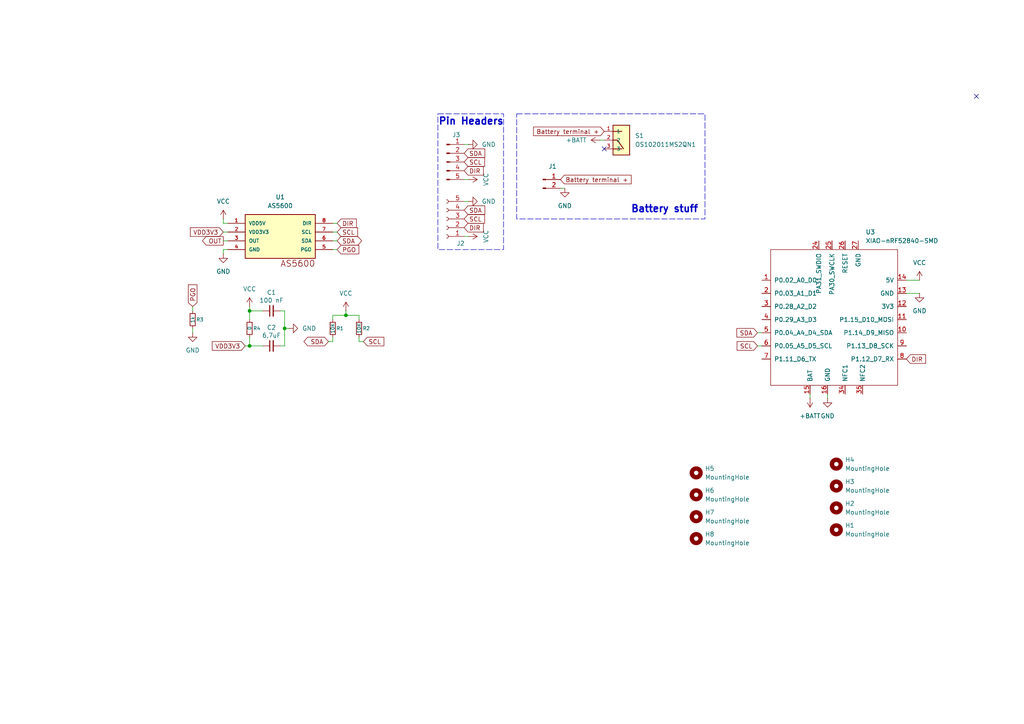
<source format=kicad_sch>
(kicad_sch (version 20250114) (generator "eeschema") (generator_version "9.0")
  (paper "A4")
  (lib_symbols
    (symbol "AS5600:AS5600" (pin_names (offset 1.016))
      (property "Reference" "U" (at 0 0 0))
      (property "Value" "AS5600" (at 0 0 0))
      (symbol "AS5600_0_0"
        (rectangle (start -10.16 -7.62) (end 10.16 5.08) (stroke (width 0.254)) (fill (type background)))
        (text "AS5600" (at 0 -10.16 0) (effects (font (size 1.778 1.778)) (justify left bottom)))
        (pin power_in line (at -15.24 2.54 0) (length 5.08) (name "VDD5V") (number "1"))
        (pin power_in line (at -15.24 0 0) (length 5.08) (name "VDD3V3") (number "2"))
        (pin output line (at -15.24 -2.54 0) (length 5.08) (name "OUT") (number "3"))
        (pin power_in line (at -15.24 -5.08 0) (length 5.08) (name "GND") (number "4"))
        (pin input line (at 15.24 2.54 180) (length 5.08) (name "DIR") (number "8"))
        (pin input line (at 15.24 0 180) (length 5.08) (name "SCL") (number "7"))
        (pin bidirectional line (at 15.24 -2.54 180) (length 5.08) (name "SDA") (number "6"))
        (pin input line (at 15.24 -5.08 180) (length 5.08) (name "PGO") (number "5"))
      )
    )
    (symbol "Connector:Conn_01x02_Pin" (pin_names (offset 1.016) (hide yes))
      (property "Reference" "J" (at 0 2.54 0))
      (property "Value" "Conn_01x02_Pin" (at 0 -5.08 0))
      (symbol "Conn_01x02_Pin_1_1"
        (rectangle (start 0.8636 0.127) (end 0 -0.127) (stroke (width 0.1524)) (fill (type outline)))
        (rectangle (start 0.8636 -2.413) (end 0 -2.667) (stroke (width 0.1524)) (fill (type outline)))
        (polyline (pts (xy 1.27 0) (xy 0.8636 0)) (stroke (width 0.1524)))
        (polyline (pts (xy 1.27 -2.54) (xy 0.8636 -2.54)) (stroke (width 0.1524)))
        (pin passive line (at 5.08 0 180) (length 3.81) (name "Pin_1") (number "1"))
        (pin passive line (at 5.08 -2.54 180) (length 3.81) (name "Pin_2") (number "2"))
      )
    )
    (symbol "Connector:Conn_01x05_Pin" (pin_names (offset 1.016) (hide yes))
      (property "Reference" "J" (at 0 7.62 0))
      (property "Value" "Conn_01x05_Pin" (at 0 -7.62 0))
      (symbol "Conn_01x05_Pin_1_1"
        (rectangle (start 0.8636 5.207) (end 0 4.953) (stroke (width 0.1524)) (fill (type outline)))
        (rectangle (start 0.8636 2.667) (end 0 2.413) (stroke (width 0.1524)) (fill (type outline)))
        (rectangle (start 0.8636 0.127) (end 0 -0.127) (stroke (width 0.1524)) (fill (type outline)))
        (rectangle (start 0.8636 -2.413) (end 0 -2.667) (stroke (width 0.1524)) (fill (type outline)))
        (rectangle (start 0.8636 -4.953) (end 0 -5.207) (stroke (width 0.1524)) (fill (type outline)))
        (polyline (pts (xy 1.27 5.08) (xy 0.8636 5.08)) (stroke (width 0.1524)))
        (polyline (pts (xy 1.27 2.54) (xy 0.8636 2.54)) (stroke (width 0.1524)))
        (polyline (pts (xy 1.27 0) (xy 0.8636 0)) (stroke (width 0.1524)))
        (polyline (pts (xy 1.27 -2.54) (xy 0.8636 -2.54)) (stroke (width 0.1524)))
        (polyline (pts (xy 1.27 -5.08) (xy 0.8636 -5.08)) (stroke (width 0.1524)))
        (pin passive line (at 5.08 5.08 180) (length 3.81) (name "Pin_1") (number "1"))
        (pin passive line (at 5.08 2.54 180) (length 3.81) (name "Pin_2") (number "2"))
        (pin passive line (at 5.08 0 180) (length 3.81) (name "Pin_3") (number "3"))
        (pin passive line (at 5.08 -2.54 180) (length 3.81) (name "Pin_4") (number "4"))
        (pin passive line (at 5.08 -5.08 180) (length 3.81) (name "Pin_5") (number "5"))
      )
    )
    (symbol "Connector:Conn_01x05_Socket" (pin_names (offset 1.016) (hide yes))
      (property "Reference" "J" (at 0 7.62 0))
      (property "Value" "Conn_01x05_Socket" (at 0 -7.62 0))
      (symbol "Conn_01x05_Socket_1_1"
        (polyline (pts (xy -1.27 5.08) (xy -0.508 5.08)) (stroke (width 0.1524)))
        (polyline (pts (xy -1.27 2.54) (xy -0.508 2.54)) (stroke (width 0.1524)))
        (polyline (pts (xy -1.27 0) (xy -0.508 0)) (stroke (width 0.1524)))
        (polyline (pts (xy -1.27 -2.54) (xy -0.508 -2.54)) (stroke (width 0.1524)))
        (polyline (pts (xy -1.27 -5.08) (xy -0.508 -5.08)) (stroke (width 0.1524)))
        (arc (start 0 4.572) (mid -0.5058 5.08) (end 0 5.588) (stroke (width 0.1524)))
        (arc (start 0 2.032) (mid -0.5058 2.54) (end 0 3.048) (stroke (width 0.1524)))
        (arc (start 0 -0.508) (mid -0.5058 0) (end 0 0.508) (stroke (width 0.1524)))
        (arc (start 0 -3.048) (mid -0.5058 -2.54) (end 0 -2.032) (stroke (width 0.1524)))
        (arc (start 0 -5.588) (mid -0.5058 -5.08) (end 0 -4.572) (stroke (width 0.1524)))
        (pin passive line (at -5.08 5.08 0) (length 3.81) (name "Pin_1") (number "1"))
        (pin passive line (at -5.08 2.54 0) (length 3.81) (name "Pin_2") (number "2"))
        (pin passive line (at -5.08 0 0) (length 3.81) (name "Pin_3") (number "3"))
        (pin passive line (at -5.08 -2.54 0) (length 3.81) (name "Pin_4") (number "4"))
        (pin passive line (at -5.08 -5.08 0) (length 3.81) (name "Pin_5") (number "5"))
      )
    )
    (symbol "Device:C_Small" (pin_numbers (hide yes)) (pin_names (offset 0.254) (hide yes))
      (property "Reference" "C" (at 0.254 1.778 0))
      (property "Value" "C_Small" (at 0.254 -2.032 0))
      (symbol "C_Small_0_1"
        (polyline (pts (xy -1.524 0.508) (xy 1.524 0.508)) (stroke (width 0.3048)))
        (polyline (pts (xy -1.524 -0.508) (xy 1.524 -0.508)) (stroke (width 0.3302)))
      )
      (symbol "C_Small_1_1"
        (pin passive line (at 0 2.54 270) (length 2.032) (name "~") (number "1"))
        (pin passive line (at 0 -2.54 90) (length 2.032) (name "~") (number "2"))
      )
    )
    (symbol "Device:R_Small" (pin_numbers (hide yes)) (pin_names (offset 0.254) (hide yes))
      (property "Reference" "R" (at 0 0 90))
      (property "Value" "R_Small" (at 1.778 0 90))
      (symbol "R_Small_0_1"
        (rectangle (start -0.762 1.778) (end 0.762 -1.778) (stroke (width 0.2032)))
      )
      (symbol "R_Small_1_1"
        (pin passive line (at 0 2.54 270) (length 0.762) (name "~") (number "1"))
        (pin passive line (at 0 -2.54 90) (length 0.762) (name "~") (number "2"))
      )
    )
    (symbol "Mechanical:MountingHole" (pin_names (offset 1.016)) (in_bom no)
      (property "Reference" "H" (at 0 5.08 0))
      (property "Value" "MountingHole" (at 0 3.175 0))
      (symbol "MountingHole_0_1"
        (circle (center 0 0) (radius 1.27) (stroke (width 1.27)))
      )
    )
    (symbol "OS102011MS2QN1:OS102011MS2QN1" (pin_names (offset 1.016))
      (property "Reference" "S" (at -2.5411 5.0822 0))
      (property "Value" "OS102011MS2QN1" (at -2.544 -7.6319 0))
      (symbol "OS102011MS2QN1_0_0"
        (polyline (pts (xy -2.54 2.54) (xy 0 2.54)) (stroke (width 0.254)))
        (polyline (pts (xy -2.54 0) (xy -1.27 0)) (stroke (width 0.254)))
        (polyline (pts (xy -2.54 -2.54) (xy 0 -2.54)) (stroke (width 0.254)))
        (rectangle (start -2.54 -4.318) (end 2.286 4.318) (stroke (width 0.254)) (fill (type background)))
        (polyline (pts (xy -1.27 0) (xy 0.508 -2.54)) (stroke (width 0.254)))
        (pin passive line (at -5.08 2.54 0) (length 2.54) (name "1") (number "1"))
        (pin passive line (at -5.08 0 0) (length 2.54) (name "2") (number "2"))
        (pin passive line (at -5.08 -2.54 0) (length 2.54) (name "3") (number "3"))
      )
    )
    (symbol "Seeed_Studio_XIAO_Series:XIAO-nRF52840-SMD" (pin_names (offset 1.016))
      (property "Reference" "U3" (at 8.4933 25.4 0))
      (property "Value" "XIAO-nRF52840-SMD" (at 8.4933 22.86 0))
      (symbol "XIAO-nRF52840-SMD_0_1"
        (rectangle (start -19.05 20.32) (end 17.78 -19.05))
      )
      (symbol "XIAO-nRF52840-SMD_1_1"
        (pin passive line (at -21.59 11.43 0) (length 2.54) (name "P0.02_A0_D0") (number "1"))
        (pin passive line (at -21.59 7.62 0) (length 2.54) (name "P0.03_A1_D1") (number "2"))
        (pin passive line (at -21.59 3.81 0) (length 2.54) (name "P0.28_A2_D2") (number "3"))
        (pin passive line (at -21.59 0 0) (length 2.54) (name "P0.29_A3_D3") (number "4"))
        (pin passive line (at -21.59 -3.81 0) (length 2.54) (name "P0.04_A4_D4_SDA") (number "5"))
        (pin passive line (at -21.59 -7.62 0) (length 2.54) (name "P0.05_A5_D5_SCL") (number "6"))
        (pin passive line (at -21.59 -11.43 0) (length 2.54) (name "P1.11_D6_TX") (number "7"))
        (pin passive line (at -7.62 -21.59 90) (length 2.54) (name "BAT") (number "15"))
        (pin passive line (at -5.08 22.86 270) (length 2.54) (name "PA31_SWDIO") (number "24"))
        (pin passive line (at -2.54 -21.59 90) (length 2.54) (name "GND") (number "16"))
        (pin passive line (at -1.27 22.86 270) (length 2.54) (name "PA30_SWCLK") (number "25"))
        (pin passive line (at 2.54 22.86 270) (length 2.54) (name "RESET") (number "26"))
        (pin passive line (at 2.54 -21.59 90) (length 2.54) (name "NFC1") (number "34"))
        (pin passive line (at 6.35 22.86 270) (length 2.54) (name "GND") (number "27"))
        (pin passive line (at 7.62 -21.59 90) (length 2.54) (name "NFC2") (number "35"))
        (pin passive line (at 20.32 11.43 180) (length 2.54) (name "5V") (number "14"))
        (pin passive line (at 20.32 7.62 180) (length 2.54) (name "GND") (number "13"))
        (pin passive line (at 20.32 3.81 180) (length 2.54) (name "3V3") (number "12"))
        (pin passive line (at 20.32 0 180) (length 2.54) (name "P1.15_D10_MOSI") (number "11"))
        (pin passive line (at 20.32 -3.81 180) (length 2.54) (name "P1.14_D9_MISO") (number "10"))
        (pin passive line (at 20.32 -7.62 180) (length 2.54) (name "P1.13_D8_SCK") (number "9"))
        (pin passive line (at 20.32 -11.43 180) (length 2.54) (name "P1.12_D7_RX") (number "8"))
      )
    )
    (symbol "power:+BATT" (power) (pin_numbers (hide yes)) (pin_names (offset 0) (hide yes))
      (property "Value" "+BATT" (at 0 3.556 0))
      (symbol "+BATT_0_1"
        (polyline (pts (xy -0.762 1.27) (xy 0 2.54)))
        (polyline (pts (xy 0 2.54) (xy 0.762 1.27)))
        (polyline (pts (xy 0 0) (xy 0 2.54)))
      )
      (symbol "+BATT_1_1"
        (pin power_in line (at 0 0 90) (length 0) (name "~") (number "1"))
      )
    )
    (symbol "power:GND" (power) (pin_numbers (hide yes)) (pin_names (offset 0) (hide yes))
      (property "Value" "GND" (at 0 -3.81 0))
      (symbol "GND_0_1"
        (polyline (pts (xy 0 0) (xy 0 -1.27) (xy 1.27 -1.27) (xy 0 -2.54) (xy -1.27 -1.27) (xy 0 -1.27)))
      )
      (symbol "GND_1_1"
        (pin power_in line (at 0 0 270) (length 0) (name "~") (number "1"))
      )
    )
    (symbol "power:VCC" (power) (pin_numbers (hide yes)) (pin_names (offset 0) (hide yes))
      (property "Value" "VCC" (at 0 3.556 0))
      (symbol "VCC_0_1"
        (polyline (pts (xy -0.762 1.27) (xy 0 2.54)))
        (polyline (pts (xy 0 2.54) (xy 0.762 1.27)))
        (polyline (pts (xy 0 0) (xy 0 2.54)))
      )
      (symbol "VCC_1_1"
        (pin power_in line (at 0 0 90) (length 0) (name "~") (number "1"))
      )
    )
  )
  (rectangle (start 127 33.02) (end 146.05 72.39) (stroke (width 0) (type dash)))
  (rectangle (start 149.86 33.02) (end 204.47 63.5) (stroke (width 0) (type dash)))
  (text "Battery stuff\n" (at 192.786 60.706 0) (effects (font (size 2.032 2.032) (thickness 0.4064) (bold yes))))
  (text "Pin Headers\n" (at 136.652 35.306 0) (effects (font (size 2.032 2.032) (thickness 0.4064) (bold yes))))
  (junction (at 72.39 90.17))
  (junction (at 100.33 91.44))
  (junction (at 72.39 100.33))
  (junction (at 82.55 95.25))
  (no_connect (at 283.21 27.94))
  (no_connect (at 175.26 43.18))
  (wire (pts (xy 64.77 64.77) (xy 66.04 64.77)))
  (wire (pts (xy 64.77 72.39) (xy 66.04 72.39)))
  (wire (pts (xy 71.12 100.33) (xy 72.39 100.33)))
  (wire (pts (xy 135.89 41.91) (xy 134.62 41.91)))
  (wire (pts (xy 82.55 95.25) (xy 82.55 90.17)))
  (wire (pts (xy 97.79 67.31) (xy 96.52 67.31)))
  (wire (pts (xy 81.28 100.33) (xy 82.55 100.33)))
  (wire (pts (xy 72.39 90.17) (xy 76.2 90.17)))
  (wire (pts (xy 219.71 96.52) (xy 220.98 96.52)))
  (wire (pts (xy 72.39 90.17) (xy 72.39 92.71)))
  (wire (pts (xy 266.7 85.09) (xy 262.89 85.09)))
  (wire (pts (xy 64.77 67.31) (xy 66.04 67.31)))
  (wire (pts (xy 96.52 92.71) (xy 96.52 91.44)))
  (wire (pts (xy 135.89 68.58) (xy 134.62 68.58)))
  (wire (pts (xy 100.33 90.17) (xy 100.33 91.44)))
  (wire (pts (xy 96.52 91.44) (xy 100.33 91.44)))
  (wire (pts (xy 72.39 88.9) (xy 72.39 90.17)))
  (wire (pts (xy 82.55 100.33) (xy 82.55 95.25)))
  (wire (pts (xy 163.83 54.61) (xy 162.56 54.61)))
  (wire (pts (xy 97.79 72.39) (xy 96.52 72.39)))
  (wire (pts (xy 100.33 91.44) (xy 104.14 91.44)))
  (wire (pts (xy 97.79 64.77) (xy 96.52 64.77)))
  (wire (pts (xy 173.99 40.64) (xy 175.26 40.64)))
  (wire (pts (xy 55.88 88.9) (xy 55.88 90.17)))
  (wire (pts (xy 104.14 97.79) (xy 104.14 99.06)))
  (wire (pts (xy 55.88 96.52) (xy 55.88 95.25)))
  (wire (pts (xy 266.7 81.28) (xy 262.89 81.28)))
  (wire (pts (xy 234.95 115.57) (xy 234.95 114.3)))
  (wire (pts (xy 135.89 52.07) (xy 134.62 52.07)))
  (wire (pts (xy 96.52 99.06) (xy 95.25 99.06)))
  (wire (pts (xy 64.77 63.5) (xy 64.77 64.77)))
  (wire (pts (xy 240.03 115.57) (xy 240.03 114.3)))
  (wire (pts (xy 64.77 69.85) (xy 66.04 69.85)))
  (wire (pts (xy 135.89 58.42) (xy 134.62 58.42)))
  (wire (pts (xy 81.28 90.17) (xy 82.55 90.17)))
  (wire (pts (xy 72.39 97.79) (xy 72.39 100.33)))
  (wire (pts (xy 104.14 92.71) (xy 104.14 91.44)))
  (wire (pts (xy 219.71 100.33) (xy 220.98 100.33)))
  (wire (pts (xy 96.52 97.79) (xy 96.52 99.06)))
  (wire (pts (xy 72.39 100.33) (xy 76.2 100.33)))
  (wire (pts (xy 104.14 99.06) (xy 105.41 99.06)))
  (wire (pts (xy 83.82 95.25) (xy 82.55 95.25)))
  (wire (pts (xy 64.77 73.66) (xy 64.77 72.39)))
  (wire (pts (xy 97.79 69.85) (xy 96.52 69.85)))
  (global_label "DIR" (shape input) (at 262.89 104.14 0) (property "Intersheetrefs" "${INTERSHEET_REFS}" (effects (hide yes))) (property "Referências entre as folhas" "${INTERSHEET_REFS}" (effects (hide yes))))
  (global_label "SCL" (shape input) (at 134.62 63.5 0) (property "Intersheetrefs" "${INTERSHEET_REFS}" (effects (hide yes))) (property "Referências entre as folhas" "${INTERSHEET_REFS}" (effects (hide yes))))
  (global_label "SCL" (shape input) (at 105.41 99.06 0) (property "Intersheetrefs" "${INTERSHEET_REFS}" (effects (hide yes))))
  (global_label "Battery terminal +" (shape input) (at 175.26 38.1 180) (property "Intersheetrefs" "${INTERSHEET_REFS}" (effects (hide yes))))
  (global_label "SDA" (shape input) (at 219.71 96.52 180) (property "Intersheetrefs" "${INTERSHEET_REFS}" (effects (hide yes))) (property "Referências entre as folhas" "${INTERSHEET_REFS}" (effects (hide yes))))
  (global_label "DIR" (shape input) (at 134.62 49.53 0) (property "Intersheetrefs" "${INTERSHEET_REFS}" (effects (hide yes))) (property "Referências entre as folhas" "${INTERSHEET_REFS}" (effects (hide yes))))
  (global_label "SDA" (shape bidirectional) (at 97.79 69.85 0) (property "Intersheetrefs" "${INTERSHEET_REFS}" (effects (hide yes))))
  (global_label "SCL" (shape input) (at 134.62 46.99 0) (property "Intersheetrefs" "${INTERSHEET_REFS}" (effects (hide yes))) (property "Referências entre as folhas" "${INTERSHEET_REFS}" (effects (hide yes))))
  (global_label "SCL" (shape input) (at 97.79 67.31 0) (property "Intersheetrefs" "${INTERSHEET_REFS}" (effects (hide yes))))
  (global_label "SDA" (shape input) (at 134.62 44.45 0) (property "Intersheetrefs" "${INTERSHEET_REFS}" (effects (hide yes))) (property "Referências entre as folhas" "${INTERSHEET_REFS}" (effects (hide yes))))
  (global_label "VDD3V3" (shape input) (at 71.12 100.33 180) (property "Intersheetrefs" "${INTERSHEET_REFS}" (effects (hide yes))))
  (global_label "OUT" (shape output) (at 64.77 69.85 180) (property "Intersheetrefs" "${INTERSHEET_REFS}" (effects (hide yes))))
  (global_label "SDA" (shape input) (at 134.62 60.96 0) (property "Intersheetrefs" "${INTERSHEET_REFS}" (effects (hide yes))) (property "Referências entre as folhas" "${INTERSHEET_REFS}" (effects (hide yes))))
  (global_label "VDD3V3" (shape input) (at 64.77 67.31 180) (property "Intersheetrefs" "${INTERSHEET_REFS}" (effects (hide yes))))
  (global_label "PGO" (shape input) (at 55.88 88.9 90) (property "Intersheetrefs" "${INTERSHEET_REFS}" (effects (hide yes))))
  (global_label "SDA" (shape bidirectional) (at 95.25 99.06 180) (property "Intersheetrefs" "${INTERSHEET_REFS}" (effects (hide yes))))
  (global_label "Battery terminal +" (shape input) (at 162.56 52.07 0) (property "Intersheetrefs" "${INTERSHEET_REFS}" (effects (hide yes))))
  (global_label "DIR" (shape input) (at 97.79 64.77 0) (property "Intersheetrefs" "${INTERSHEET_REFS}" (effects (hide yes))))
  (global_label "PGO" (shape input) (at 97.79 72.39 0) (property "Intersheetrefs" "${INTERSHEET_REFS}" (effects (hide yes))))
  (global_label "DIR" (shape input) (at 134.62 66.04 0) (property "Intersheetrefs" "${INTERSHEET_REFS}" (effects (hide yes))) (property "Referências entre as folhas" "${INTERSHEET_REFS}" (effects (hide yes))))
  (global_label "SCL" (shape input) (at 219.71 100.33 180) (property "Intersheetrefs" "${INTERSHEET_REFS}" (effects (hide yes))) (property "Referências entre as folhas" "${INTERSHEET_REFS}" (effects (hide yes))))
  (symbol (lib_id "power:GND") (at 64.77 73.66 0) (unit 1)
    (property "Reference" "#PWR02" (effects (hide yes)))
    (property "Value" "GND" (at 64.77 78.74 0))
    (property "Description" "Power symbol creates a global label with name \"GND\" , ground" (effects (hide yes)))
  )
  (symbol (lib_id "Connector:Conn_01x05_Socket") (at 129.54 63.5 180) (unit 1)
    (property "Reference" "J2" (at 133.604 70.612 0))
    (property "Value" "Conn_01x05_Pin" (effects (hide yes)))
    (property "Footprint" "Connector_PinSocket_2.00mm:PinSocket_1x05_P2.00mm_Vertical" (effects (hide yes)))
    (property "Description" "Generic connector, single row, 01x05, script generated" (effects (hide yes)))
  )
  (symbol (lib_id "power:GND") (at 55.88 96.52 0) (unit 1)
    (property "Reference" "#PWR04" (effects (hide yes)))
    (property "Value" "GND" (at 55.88 101.6 0))
    (property "Description" "Power symbol creates a global label with name \"GND\" , ground" (effects (hide yes)))
  )
  (symbol (lib_id "power:GND") (at 83.82 95.25 90) (unit 1)
    (property "Reference" "#PWR06" (effects (hide yes)))
    (property "Value" "GND" (at 87.63 95.2499 90) (effects (justify right)))
    (property "Description" "Power symbol creates a global label with name \"GND\" , ground" (effects (hide yes)))
  )
  (symbol (lib_id "Connector:Conn_01x05_Pin") (at 129.54 46.99 0) (unit 1)
    (property "Reference" "J3" (at 132.334 39.116 0))
    (property "Value" "Conn_01x05_Pin" (effects (hide yes)))
    (property "Footprint" "Connector_PinHeader_2.00mm:PinHeader_1x05_P2.00mm_Vertical" (effects (hide yes)))
    (property "Description" "Generic connector, single row, 01x05, script generated" (effects (hide yes)))
  )
  (symbol (lib_id "AS5600:AS5600") (at 81.28 67.31 0) (unit 1)
    (property "Reference" "U1" (at 81.2874 57.15 0))
    (property "Value" "AS5600" (at 81.2874 59.69 0))
    (property "Footprint" "AS5600:SOIC8" (effects (hide yes)))
    (property "MF" "Ams AG" (effects (hide yes)))
    (property "Description_1" "Hall Effect Sensor Rotary Position External Magnet, Not Included Gull Wing" (effects (hide yes)))
    (property "Package" "None" (effects (hide yes)))
    (property "Price" "None" (effects (hide yes)))
    (property "SnapEDA_Link" "https://www.snapeda.com/parts/AS5600/ams/view-part/?ref=snap" (effects (hide yes)))
    (property "MP" "AS5600" (effects (hide yes)))
    (property "Availability" "Not in stock" (effects (hide yes)))
    (property "Check_prices" "https://www.snapeda.com/parts/AS5600/ams/view-part/?ref=eda" (effects (hide yes)))
  )
  (symbol (lib_id "Device:R_Small") (at 96.52 95.25 0) (unit 1)
    (property "Reference" "R1" (at 97.536 95.25 0) (effects (font (size 1.016 1.016)) (justify left)))
    (property "Value" "10K" (at 96.52 96.774 90) (effects (font (size 1.016 1.016)) (justify left)))
    (property "Footprint" "Resistor_SMD:R_0805_2012Metric_Pad1.20x1.40mm_HandSolder" (effects (hide yes)))
    (property "Description" "Resistor, small symbol" (effects (hide yes)))
  )
  (symbol (lib_id "Mechanical:MountingHole") (at 201.93 137.16 0) (unit 1) (in_bom no)
    (property "Reference" "H5" (at 204.47 135.8899 0) (effects (justify left)))
    (property "Value" "MountingHole" (at 204.47 138.4299 0) (effects (justify left)))
    (property "Footprint" "MountingHole:MountingHole_2.2mm_M2_DIN965_Pad" (effects (hide yes)))
    (property "Description" "Mounting Hole without connection" (effects (hide yes)))
  )
  (symbol (lib_id "Mechanical:MountingHole") (at 201.93 149.86 0) (unit 1) (in_bom no)
    (property "Reference" "H7" (at 204.47 148.5899 0) (effects (justify left)))
    (property "Value" "MountingHole" (at 204.47 151.1299 0) (effects (justify left)))
    (property "Footprint" "MountingHole:MountingHole_2.2mm_M2_DIN965_Pad" (effects (hide yes)))
    (property "Description" "Mounting Hole without connection" (effects (hide yes)))
  )
  (symbol (lib_id "Device:R_Small") (at 104.14 95.25 0) (unit 1)
    (property "Reference" "R2" (at 105.156 95.25 0) (effects (font (size 1.016 1.016)) (justify left)))
    (property "Value" "10K" (at 104.14 96.774 90) (effects (font (size 1.016 1.016)) (justify left)))
    (property "Footprint" "Resistor_SMD:R_0805_2012Metric_Pad1.20x1.40mm_HandSolder" (effects (hide yes)))
    (property "Description" "Resistor, small symbol" (effects (hide yes)))
  )
  (symbol (lib_id "Device:R_Small") (at 72.39 95.25 0) (unit 1)
    (property "Reference" "R4" (at 73.406 95.25 0) (effects (font (size 1.016 1.016)) (justify left)))
    (property "Value" "0" (at 72.39 95.758 90) (effects (font (size 1.016 1.016)) (justify left)))
    (property "Footprint" "Resistor_SMD:R_0805_2012Metric_Pad1.20x1.40mm_HandSolder" (effects (hide yes)))
    (property "Description" "Resistor, small symbol" (effects (hide yes)))
  )
  (symbol (lib_id "Mechanical:MountingHole") (at 201.93 143.51 0) (unit 1) (in_bom no)
    (property "Reference" "H6" (at 204.47 142.2399 0) (effects (justify left)))
    (property "Value" "MountingHole" (at 204.47 144.7799 0) (effects (justify left)))
    (property "Footprint" "MountingHole:MountingHole_2.2mm_M2_DIN965_Pad" (effects (hide yes)))
    (property "Description" "Mounting Hole without connection" (effects (hide yes)))
  )
  (symbol (lib_id "Mechanical:MountingHole") (at 242.57 134.62 0) (unit 1) (in_bom no)
    (property "Reference" "H4" (at 245.11 133.3499 0) (effects (justify left)))
    (property "Value" "MountingHole" (at 245.11 135.8899 0) (effects (justify left)))
    (property "Footprint" "MountingHole:MountingHole_2.2mm_M2_DIN965_Pad" (effects (hide yes)))
    (property "Description" "Mounting Hole without connection" (effects (hide yes)))
  )
  (symbol (lib_id "power:GND") (at 163.83 54.61 0) (unit 1)
    (property "Reference" "#PWR013" (effects (hide yes)))
    (property "Value" "GND" (at 163.83 59.69 0))
    (property "Description" "Power symbol creates a global label with name \"GND\" , ground" (effects (hide yes)))
  )
  (symbol (lib_id "Connector:Conn_01x02_Pin") (at 157.48 52.07 0) (unit 1)
    (property "Reference" "J1" (at 160.274 48.26 0))
    (property "Value" "Conn_01x02_Pin" (effects (hide yes)))
    (property "Footprint" "Connector_PinHeader_2.54mm:PinHeader_1x02_P2.54mm_Vertical" (effects (hide yes)))
    (property "Description" "Generic connector, single row, 01x02, script generated" (effects (hide yes)))
  )
  (symbol (lib_id "power:+BATT") (at 173.99 40.64 90) (unit 1)
    (property "Reference" "#PWR012" (effects (hide yes)))
    (property "Value" "+BATT" (at 170.18 40.6399 90) (effects (justify left)))
    (property "Description" "Power symbol creates a global label with name \"+BATT\"" (effects (hide yes)))
  )
  (symbol (lib_id "OS102011MS2QN1:OS102011MS2QN1") (at 180.34 40.64 0) (unit 1)
    (property "Reference" "S1" (at 184.15 39.3699 0) (effects (justify left)))
    (property "Value" "OS102011MS2QN1" (at 184.15 41.9099 0) (effects (justify left)))
    (property "Footprint" "Button_Switch_THT:SW_Slide_SPDT_Straight_CK_OS102011MS2Q" (effects (hide yes)))
    (property "STANDARD" "MANUFACTURER RECOMMENDATIONS" (effects (hide yes)))
    (property "MANUFACTURER" "C&K" (effects (hide yes)))
  )
  (symbol (lib_id "power:VCC") (at 135.89 52.07 270) (mirror x) (unit 1)
    (property "Reference" "#PWR09" (effects (hide yes)))
    (property "Value" "VCC" (at 140.97 52.07 0))
  )
  (symbol (lib_id "power:+BATT") (at 234.95 115.57 180) (unit 1)
    (property "Reference" "#PWR011" (effects (hide yes)))
    (property "Value" "+BATT" (at 234.95 120.65 0))
    (property "Description" "Power symbol creates a global label with name \"+BATT\"" (effects (hide yes)))
  )
  (symbol (lib_id "power:VCC") (at 72.39 88.9 0) (unit 1)
    (property "Reference" "#PWR05" (effects (hide yes)))
    (property "Value" "VCC" (at 72.39 83.82 0))
    (property "Description" "Power symbol creates a global label with name \"VCC\"" (effects (hide yes)))
  )
  (symbol (lib_id "power:VCC") (at 64.77 63.5 0) (unit 1)
    (property "Reference" "#PWR01" (effects (hide yes)))
    (property "Value" "VCC" (at 64.77 58.42 0))
    (property "Description" "Power symbol creates a global label with name \"VCC\"" (effects (hide yes)))
  )
  (symbol (lib_id "power:GND") (at 240.03 115.57 0) (unit 1)
    (property "Reference" "#PWR014" (effects (hide yes)))
    (property "Value" "GND" (at 240.03 120.65 0))
    (property "Description" "Power symbol creates a global label with name \"GND\" , ground" (effects (hide yes)))
  )
  (symbol (lib_id "power:VCC") (at 135.89 68.58 270) (mirror x) (unit 1)
    (property "Reference" "#PWR016" (effects (hide yes)))
    (property "Value" "VCC" (at 140.97 68.58 0))
  )
  (symbol (lib_id "Seeed_Studio_XIAO_Series:XIAO-nRF52840-SMD") (at 242.57 92.71 0) (unit 1)
    (property "Reference" "U3" (at 251.0633 67.31 0) (effects (justify left)))
    (property "Value" "XIAO-nRF52840-SMD" (at 251.0633 69.85 0) (effects (justify left)))
    (property "Footprint" "Seeed Studio XIAO Series Library:XIAO-nRF52840-SMD" (effects (hide yes)))
  )
  (symbol (lib_id "Device:C_Small") (at 78.74 100.33 90) (unit 1)
    (property "Reference" "C2" (at 78.74 94.996 90))
    (property "Value" "6,7uF" (at 78.74 97.282 90))
    (property "Footprint" "Capacitor_SMD:C_0805_2012Metric_Pad1.18x1.45mm_HandSolder" (effects (hide yes)))
    (property "Description" "Unpolarized capacitor, small symbol" (effects (hide yes)))
  )
  (symbol (lib_id "power:GND") (at 135.89 58.42 90) (mirror x) (unit 1)
    (property "Reference" "#PWR015" (effects (hide yes)))
    (property "Value" "GND" (at 139.7 58.4201 90) (effects (justify right)))
  )
  (symbol (lib_id "power:GND") (at 135.89 41.91 90) (mirror x) (unit 1)
    (property "Reference" "#PWR010" (effects (hide yes)))
    (property "Value" "GND" (at 139.7 41.9101 90) (effects (justify right)))
  )
  (symbol (lib_id "Mechanical:MountingHole") (at 242.57 140.97 0) (unit 1) (in_bom no)
    (property "Reference" "H3" (at 245.11 139.6999 0) (effects (justify left)))
    (property "Value" "MountingHole" (at 245.11 142.2399 0) (effects (justify left)))
    (property "Footprint" "MountingHole:MountingHole_2.2mm_M2_DIN965_Pad" (effects (hide yes)))
    (property "Description" "Mounting Hole without connection" (effects (hide yes)))
  )
  (symbol (lib_id "Device:R_Small") (at 55.88 92.71 0) (unit 1)
    (property "Reference" "R3" (at 56.896 92.71 0) (effects (font (size 1.016 1.016)) (justify left)))
    (property "Value" "1k" (at 55.88 93.726 90) (effects (font (size 1.016 1.016)) (justify left)))
    (property "Footprint" "Resistor_SMD:R_0805_2012Metric_Pad1.20x1.40mm_HandSolder" (effects (hide yes)))
    (property "Description" "Resistor, small symbol" (effects (hide yes)))
  )
  (symbol (lib_id "Device:C_Small") (at 78.74 90.17 90) (unit 1)
    (property "Reference" "C1" (at 78.74 84.836 90))
    (property "Value" "100 nF" (at 78.74 87.122 90))
    (property "Footprint" "Capacitor_SMD:C_0805_2012Metric_Pad1.18x1.45mm_HandSolder" (effects (hide yes)))
    (property "Description" "Unpolarized capacitor, small symbol" (effects (hide yes)))
  )
  (symbol (lib_id "Mechanical:MountingHole") (at 242.57 147.32 0) (unit 1) (in_bom no)
    (property "Reference" "H2" (at 245.11 146.0499 0) (effects (justify left)))
    (property "Value" "MountingHole" (at 245.11 148.5899 0) (effects (justify left)))
    (property "Footprint" "MountingHole:MountingHole_2.2mm_M2_DIN965_Pad" (effects (hide yes)))
    (property "Description" "Mounting Hole without connection" (effects (hide yes)))
  )
  (symbol (lib_id "power:VCC") (at 266.7 81.28 0) (unit 1)
    (property "Reference" "#PWR07" (effects (hide yes)))
    (property "Value" "VCC" (at 266.7 76.2 0))
  )
  (symbol (lib_id "power:VCC") (at 100.33 90.17 0) (unit 1)
    (property "Reference" "#PWR03" (effects (hide yes)))
    (property "Value" "VCC" (at 100.33 85.09 0))
    (property "Description" "Power symbol creates a global label with name \"VCC\"" (effects (hide yes)))
  )
  (symbol (lib_id "Mechanical:MountingHole") (at 242.57 153.67 0) (unit 1) (in_bom no)
    (property "Reference" "H1" (at 245.11 152.3999 0) (effects (justify left)))
    (property "Value" "MountingHole" (at 245.11 154.9399 0) (effects (justify left)))
    (property "Footprint" "MountingHole:MountingHole_2.2mm_M2_DIN965_Pad" (effects (hide yes)))
    (property "Description" "Mounting Hole without connection" (effects (hide yes)))
  )
  (symbol (lib_id "power:GND") (at 266.7 85.09 0) (unit 1)
    (property "Reference" "#PWR08" (effects (hide yes)))
    (property "Value" "GND" (at 266.7 90.17 0))
    (property "Description" "Power symbol creates a global label with name \"GND\" , ground" (effects (hide yes)))
  )
  (symbol (lib_id "Mechanical:MountingHole") (at 201.93 156.21 0) (unit 1) (in_bom no)
    (property "Reference" "H8" (at 204.47 154.9399 0) (effects (justify left)))
    (property "Value" "MountingHole" (at 204.47 157.4799 0) (effects (justify left)))
    (property "Footprint" "MountingHole:MountingHole_2.2mm_M2_DIN965_Pad" (effects (hide yes)))
    (property "Description" "Mounting Hole without connection" (effects (hide yes)))
  )
)
</source>
